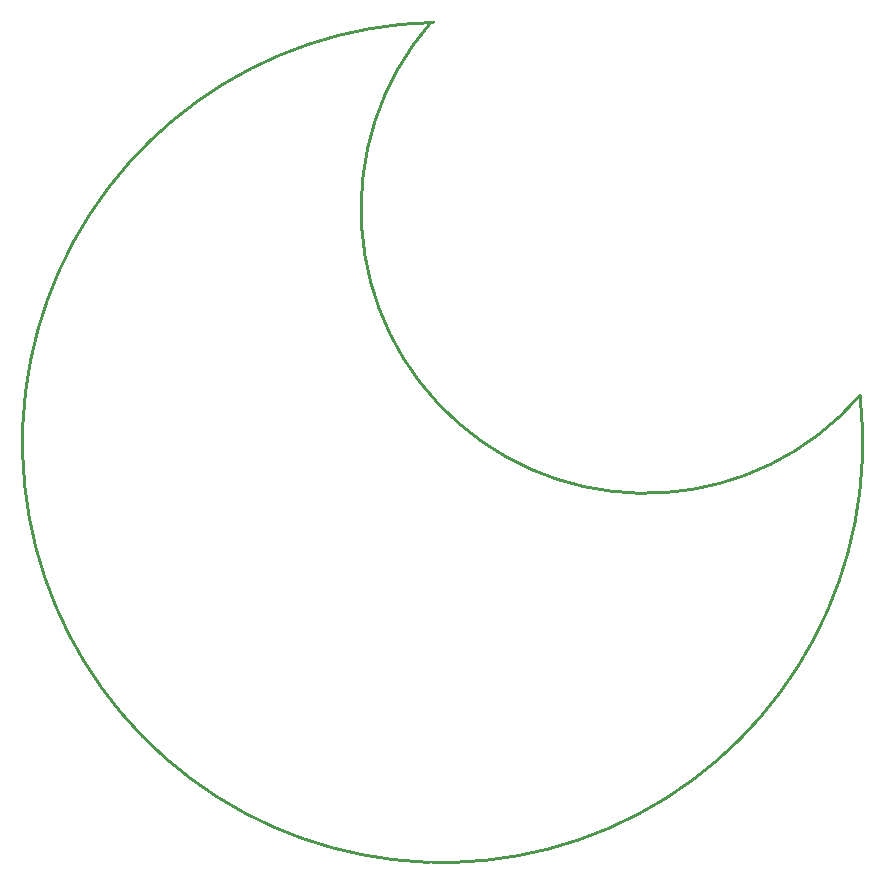
<source format=gko>
G04 Layer: BoardOutlineLayer*
G04 EasyEDA v6.5.42, 2024-06-01 20:13:01*
G04 56b61418f79f422a81827ce91bc8f804,a42f065a0689404bb1480e5e311d6757,10*
G04 Gerber Generator version 0.2*
G04 Scale: 100 percent, Rotated: No, Reflected: No *
G04 Dimensions in millimeters *
G04 leading zeros omitted , absolute positions ,4 integer and 5 decimal *
%FSLAX45Y45*%
%MOMM*%

%ADD10C,0.2540*%
D10*
G75*
G01*
X3837470Y8229023D02*
G03*
X7471410Y5071110I1816970J-1578956D01*
G75*
G01*
X3860800Y8229600D02*
G03*
X7471519Y5071234I76200J-3555999D01*

%LPD*%
M02*

</source>
